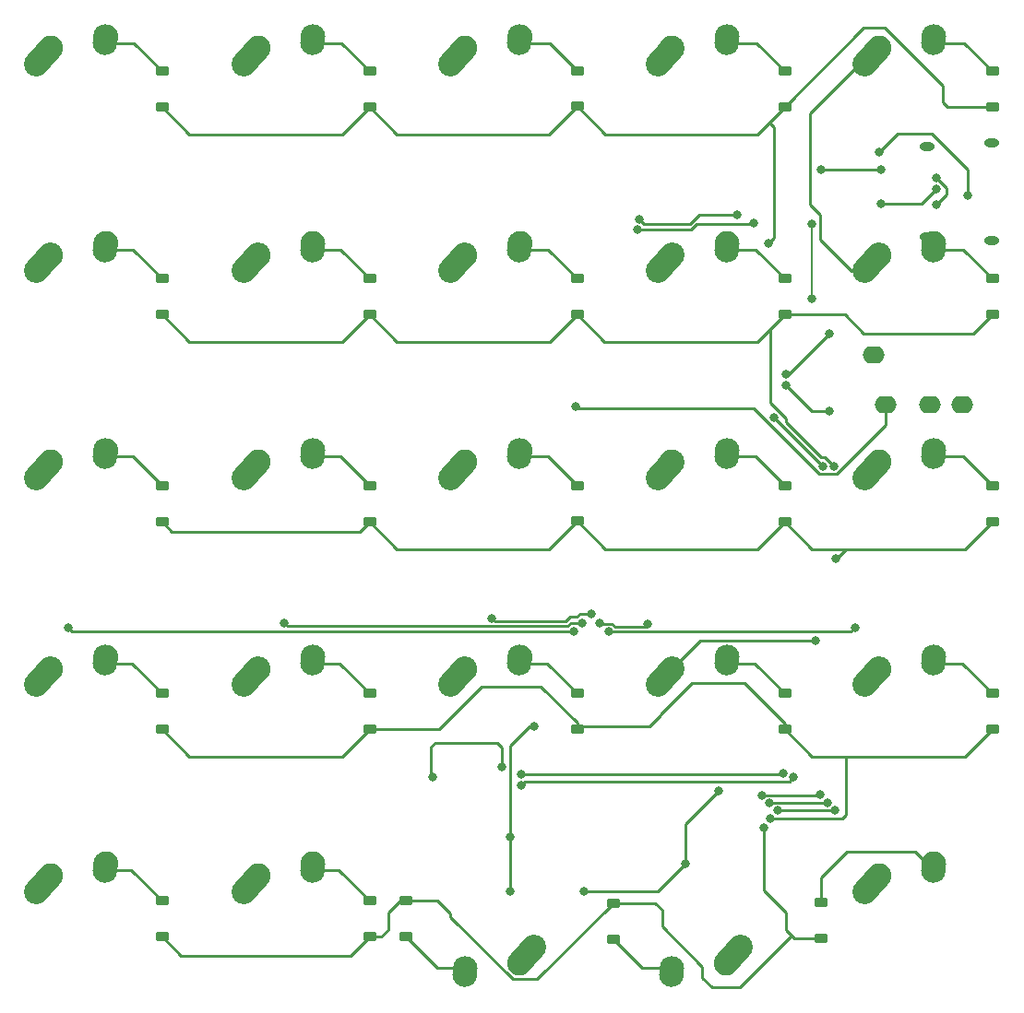
<source format=gtl>
%TF.GenerationSoftware,KiCad,Pcbnew,(7.0.0)*%
%TF.CreationDate,2023-03-14T21:06:17+08:00*%
%TF.ProjectId,kai_split_left,6b61695f-7370-46c6-9974-5f6c6566742e,rev?*%
%TF.SameCoordinates,Original*%
%TF.FileFunction,Copper,L1,Top*%
%TF.FilePolarity,Positive*%
%FSLAX46Y46*%
G04 Gerber Fmt 4.6, Leading zero omitted, Abs format (unit mm)*
G04 Created by KiCad (PCBNEW (7.0.0)) date 2023-03-14 21:06:17*
%MOMM*%
%LPD*%
G01*
G04 APERTURE LIST*
G04 Aperture macros list*
%AMRoundRect*
0 Rectangle with rounded corners*
0 $1 Rounding radius*
0 $2 $3 $4 $5 $6 $7 $8 $9 X,Y pos of 4 corners*
0 Add a 4 corners polygon primitive as box body*
4,1,4,$2,$3,$4,$5,$6,$7,$8,$9,$2,$3,0*
0 Add four circle primitives for the rounded corners*
1,1,$1+$1,$2,$3*
1,1,$1+$1,$4,$5*
1,1,$1+$1,$6,$7*
1,1,$1+$1,$8,$9*
0 Add four rect primitives between the rounded corners*
20,1,$1+$1,$2,$3,$4,$5,0*
20,1,$1+$1,$4,$5,$6,$7,0*
20,1,$1+$1,$6,$7,$8,$9,0*
20,1,$1+$1,$8,$9,$2,$3,0*%
%AMHorizOval*
0 Thick line with rounded ends*
0 $1 width*
0 $2 $3 position (X,Y) of the first rounded end (center of the circle)*
0 $4 $5 position (X,Y) of the second rounded end (center of the circle)*
0 Add line between two ends*
20,1,$1,$2,$3,$4,$5,0*
0 Add two circle primitives to create the rounded ends*
1,1,$1,$2,$3*
1,1,$1,$4,$5*%
G04 Aperture macros list end*
%TA.AperFunction,ComponentPad*%
%ADD10HorizOval,2.250000X0.655001X0.730000X-0.655001X-0.730000X0*%
%TD*%
%TA.AperFunction,ComponentPad*%
%ADD11C,2.250000*%
%TD*%
%TA.AperFunction,ComponentPad*%
%ADD12HorizOval,2.250000X0.020000X0.290000X-0.020000X-0.290000X0*%
%TD*%
%TA.AperFunction,SMDPad,CuDef*%
%ADD13RoundRect,0.225000X0.375000X-0.225000X0.375000X0.225000X-0.375000X0.225000X-0.375000X-0.225000X0*%
%TD*%
%TA.AperFunction,ComponentPad*%
%ADD14O,2.000000X1.600000*%
%TD*%
%TA.AperFunction,SMDPad,CuDef*%
%ADD15RoundRect,0.225000X-0.375000X0.225000X-0.375000X-0.225000X0.375000X-0.225000X0.375000X0.225000X0*%
%TD*%
%TA.AperFunction,ComponentPad*%
%ADD16HorizOval,2.250000X-0.655001X-0.730000X0.655001X0.730000X0*%
%TD*%
%TA.AperFunction,ComponentPad*%
%ADD17HorizOval,2.250000X-0.020000X-0.290000X0.020000X0.290000X0*%
%TD*%
%TA.AperFunction,ComponentPad*%
%ADD18HorizOval,2.250000X0.020004X0.290000X-0.020004X-0.290000X0*%
%TD*%
%TA.AperFunction,ComponentPad*%
%ADD19O,1.400000X0.800000*%
%TD*%
%TA.AperFunction,ViaPad*%
%ADD20C,0.800000*%
%TD*%
%TA.AperFunction,Conductor*%
%ADD21C,0.254000*%
%TD*%
%TA.AperFunction,Conductor*%
%ADD22C,0.200000*%
%TD*%
G04 APERTURE END LIST*
D10*
%TO.P,MX19,1,COL*%
%TO.N,COL3*%
X85713750Y-85511249D03*
D11*
X86368750Y-84781250D03*
D12*
%TO.P,MX19,2,ROW*%
%TO.N,Net-(D19-A)*%
X91388749Y-83991249D03*
D11*
X91408750Y-83701250D03*
%TD*%
D13*
%TO.P,D2,1,K*%
%TO.N,ROW0*%
X58606250Y-33181250D03*
%TO.P,D2,2,A*%
%TO.N,Net-(D2-A)*%
X58606250Y-29881250D03*
%TD*%
D10*
%TO.P,MX20,1,COL*%
%TO.N,COL4*%
X104713750Y-85511249D03*
D11*
X105368750Y-84781250D03*
D12*
%TO.P,MX20,2,ROW*%
%TO.N,Net-(D20-A)*%
X110388749Y-83991249D03*
D11*
X110408750Y-83701250D03*
%TD*%
D13*
%TO.P,D12,1,K*%
%TO.N,ROW2*%
X58606250Y-71281250D03*
%TO.P,D12,2,A*%
%TO.N,Net-(D12-A)*%
X58606250Y-67981250D03*
%TD*%
D10*
%TO.P,MX25,1,COL*%
%TO.N,COL4*%
X104713750Y-104511249D03*
D11*
X105368750Y-103781250D03*
D12*
%TO.P,MX25,2,ROW*%
%TO.N,Net-(D25-A)*%
X110388749Y-102991249D03*
D11*
X110408750Y-102701250D03*
%TD*%
D10*
%TO.P,MX5,1,COL*%
%TO.N,COL4*%
X104713750Y-28511249D03*
D11*
X105368750Y-27781250D03*
D12*
%TO.P,MX5,2,ROW*%
%TO.N,Net-(D5-A)*%
X110388749Y-26991249D03*
D11*
X110408750Y-26701250D03*
%TD*%
D13*
%TO.P,D21,1,K*%
%TO.N,ROW4*%
X39556250Y-109381250D03*
%TO.P,D21,2,A*%
%TO.N,Net-(D21-A)*%
X39556250Y-106081250D03*
%TD*%
D10*
%TO.P,MX13,1,COL*%
%TO.N,COL2*%
X66713750Y-66511249D03*
D11*
X67368750Y-65781250D03*
D12*
%TO.P,MX13,2,ROW*%
%TO.N,Net-(D13-A)*%
X72388749Y-64991249D03*
D11*
X72408750Y-64701250D03*
%TD*%
D13*
%TO.P,D25,1,K*%
%TO.N,ROW4*%
X100012500Y-109537500D03*
%TO.P,D25,2,A*%
%TO.N,Net-(D25-A)*%
X100012500Y-106237500D03*
%TD*%
%TO.P,D5,1,K*%
%TO.N,ROW0*%
X115756250Y-33181250D03*
%TO.P,D5,2,A*%
%TO.N,Net-(D5-A)*%
X115756250Y-29881250D03*
%TD*%
%TO.P,D9,1,K*%
%TO.N,ROW1*%
X96706250Y-52231250D03*
%TO.P,D9,2,A*%
%TO.N,Net-(D9-A)*%
X96706250Y-48931250D03*
%TD*%
D10*
%TO.P,MX15,1,COL*%
%TO.N,COL4*%
X104713750Y-66511249D03*
D11*
X105368750Y-65781250D03*
D12*
%TO.P,MX15,2,ROW*%
%TO.N,Net-(D15-A)*%
X110388749Y-64991249D03*
D11*
X110408750Y-64701250D03*
%TD*%
D14*
%TO.P,J2,1*%
%TO.N,GND*%
X104900749Y-55901249D03*
%TO.P,J2,2*%
%TO.N,+5V*%
X106000749Y-60501249D03*
%TO.P,J2,3*%
%TO.N,Net-(J2-PadR1)*%
X110000749Y-60501249D03*
%TO.P,J2,4*%
%TO.N,Net-(J2-PadR2)*%
X113000749Y-60501249D03*
%TD*%
D10*
%TO.P,MX6,1,COL*%
%TO.N,COL0*%
X28713750Y-47511249D03*
D11*
X29368750Y-46781250D03*
D12*
%TO.P,MX6,2,ROW*%
%TO.N,Net-(D6-A)*%
X34388749Y-45991249D03*
D11*
X34408750Y-45701250D03*
%TD*%
D13*
%TO.P,D7,1,K*%
%TO.N,ROW1*%
X58606250Y-52231250D03*
%TO.P,D7,2,A*%
%TO.N,Net-(D7-A)*%
X58606250Y-48931250D03*
%TD*%
D10*
%TO.P,MX17,1,COL*%
%TO.N,COL1*%
X47713750Y-85511249D03*
D11*
X48368750Y-84781250D03*
D12*
%TO.P,MX17,2,ROW*%
%TO.N,Net-(D17-A)*%
X53388749Y-83991249D03*
D11*
X53408750Y-83701250D03*
%TD*%
D15*
%TO.P,D23,1,K*%
%TO.N,ROW4*%
X61912500Y-106081250D03*
%TO.P,D23,2,A*%
%TO.N,Net-(D23-A)*%
X61912500Y-109381250D03*
%TD*%
D13*
%TO.P,D6,1,K*%
%TO.N,ROW1*%
X39556250Y-52231250D03*
%TO.P,D6,2,A*%
%TO.N,Net-(D6-A)*%
X39556250Y-48931250D03*
%TD*%
D10*
%TO.P,MX9,1,COL*%
%TO.N,COL3*%
X85713750Y-47511249D03*
D11*
X86368750Y-46781250D03*
D12*
%TO.P,MX9,2,ROW*%
%TO.N,Net-(D9-A)*%
X91388749Y-45991249D03*
D11*
X91408750Y-45701250D03*
%TD*%
D10*
%TO.P,MX2,1,COL*%
%TO.N,COL1*%
X47713750Y-28511249D03*
D11*
X48368750Y-27781250D03*
D12*
%TO.P,MX2,2,ROW*%
%TO.N,Net-(D2-A)*%
X53388749Y-26991249D03*
D11*
X53408750Y-26701250D03*
%TD*%
D13*
%TO.P,D13,1,K*%
%TO.N,ROW2*%
X77656250Y-71218750D03*
%TO.P,D13,2,A*%
%TO.N,Net-(D13-A)*%
X77656250Y-67918750D03*
%TD*%
%TO.P,D3,1,K*%
%TO.N,ROW0*%
X77656250Y-33118750D03*
%TO.P,D3,2,A*%
%TO.N,Net-(D3-A)*%
X77656250Y-29818750D03*
%TD*%
%TO.P,D4,1,K*%
%TO.N,ROW0*%
X96706250Y-33181250D03*
%TO.P,D4,2,A*%
%TO.N,Net-(D4-A)*%
X96706250Y-29881250D03*
%TD*%
D16*
%TO.P,MX24,1,COL*%
%TO.N,COL3*%
X92023748Y-111051249D03*
D11*
X91368750Y-111781250D03*
D17*
%TO.P,MX24,2,ROW*%
%TO.N,Net-(D24-A)*%
X86348749Y-112571249D03*
D11*
X86328750Y-112861250D03*
%TD*%
D10*
%TO.P,MX12,1,COL*%
%TO.N,COL1*%
X47713750Y-66511249D03*
D11*
X48368750Y-65781250D03*
D12*
%TO.P,MX12,2,ROW*%
%TO.N,Net-(D12-A)*%
X53388749Y-64991249D03*
D11*
X53408750Y-64701250D03*
%TD*%
D13*
%TO.P,D17,1,K*%
%TO.N,ROW3*%
X58606250Y-90331250D03*
%TO.P,D17,2,A*%
%TO.N,Net-(D17-A)*%
X58606250Y-87031250D03*
%TD*%
D10*
%TO.P,MX3,1,COL*%
%TO.N,COL2*%
X66713750Y-28511249D03*
D11*
X67368750Y-27781250D03*
D12*
%TO.P,MX3,2,ROW*%
%TO.N,Net-(D3-A)*%
X72388749Y-26991249D03*
D11*
X72408750Y-26701250D03*
%TD*%
D10*
%TO.P,MX7,1,COL*%
%TO.N,COL1*%
X47713750Y-47511249D03*
D11*
X48368750Y-46781250D03*
D12*
%TO.P,MX7,2,ROW*%
%TO.N,Net-(D7-A)*%
X53388749Y-45991249D03*
D11*
X53408750Y-45701250D03*
%TD*%
D10*
%TO.P,MX11,1,COL*%
%TO.N,COL0*%
X28713750Y-66511249D03*
D11*
X29368750Y-65781250D03*
D12*
%TO.P,MX11,2,ROW*%
%TO.N,Net-(D11-A)*%
X34388749Y-64991249D03*
D11*
X34408750Y-64701250D03*
%TD*%
D13*
%TO.P,D15,1,K*%
%TO.N,ROW2*%
X115756250Y-71281250D03*
%TO.P,D15,2,A*%
%TO.N,Net-(D15-A)*%
X115756250Y-67981250D03*
%TD*%
%TO.P,D19,1,K*%
%TO.N,ROW3*%
X96706250Y-90331250D03*
%TO.P,D19,2,A*%
%TO.N,Net-(D19-A)*%
X96706250Y-87031250D03*
%TD*%
D16*
%TO.P,MX23,1,COL*%
%TO.N,COL2*%
X73023748Y-111051249D03*
D11*
X72368750Y-111781250D03*
D17*
%TO.P,MX23,2,ROW*%
%TO.N,Net-(D23-A)*%
X67348749Y-112571249D03*
D11*
X67328750Y-112861250D03*
%TD*%
D10*
%TO.P,MX21,1,COL*%
%TO.N,COL0*%
X28713750Y-104511249D03*
D11*
X29368750Y-103781250D03*
D12*
%TO.P,MX21,2,ROW*%
%TO.N,Net-(D21-A)*%
X34388749Y-102991249D03*
D11*
X34408750Y-102701250D03*
%TD*%
D13*
%TO.P,D1,1,K*%
%TO.N,ROW0*%
X39556250Y-33181250D03*
%TO.P,D1,2,A*%
%TO.N,Net-(D1-A)*%
X39556250Y-29881250D03*
%TD*%
%TO.P,D11,1,K*%
%TO.N,ROW2*%
X39556250Y-71281250D03*
%TO.P,D11,2,A*%
%TO.N,Net-(D11-A)*%
X39556250Y-67981250D03*
%TD*%
%TO.P,D14,1,K*%
%TO.N,ROW2*%
X96706250Y-71281250D03*
%TO.P,D14,2,A*%
%TO.N,Net-(D14-A)*%
X96706250Y-67981250D03*
%TD*%
D10*
%TO.P,MX1,1,COL*%
%TO.N,COL0*%
X28713750Y-28511249D03*
D11*
X29368750Y-27781250D03*
D12*
%TO.P,MX1,2,ROW*%
%TO.N,Net-(D1-A)*%
X34388749Y-26991249D03*
D11*
X34408750Y-26701250D03*
%TD*%
D10*
%TO.P,MX14,1,COL*%
%TO.N,COL3*%
X85713750Y-66511249D03*
D11*
X86368750Y-65781250D03*
D12*
%TO.P,MX14,2,ROW*%
%TO.N,Net-(D14-A)*%
X91388749Y-64991249D03*
D11*
X91408750Y-64701250D03*
%TD*%
D13*
%TO.P,D16,1,K*%
%TO.N,ROW3*%
X39556250Y-90331250D03*
%TO.P,D16,2,A*%
%TO.N,Net-(D16-A)*%
X39556250Y-87031250D03*
%TD*%
%TO.P,D22,1,K*%
%TO.N,ROW4*%
X58606250Y-109381250D03*
%TO.P,D22,2,A*%
%TO.N,Net-(D22-A)*%
X58606250Y-106081250D03*
%TD*%
D10*
%TO.P,MX10,1,COL*%
%TO.N,COL4*%
X104713750Y-47511249D03*
D11*
X105368750Y-46781250D03*
D18*
%TO.P,MX10,2,ROW*%
%TO.N,Net-(D10-A)*%
X110388753Y-45991249D03*
D11*
X110408750Y-45701250D03*
%TD*%
D10*
%TO.P,MX4,1,COL*%
%TO.N,COL3*%
X85713750Y-28511249D03*
D11*
X86368750Y-27781250D03*
D12*
%TO.P,MX4,2,ROW*%
%TO.N,Net-(D4-A)*%
X91388749Y-26991249D03*
D11*
X91408750Y-26701250D03*
%TD*%
D13*
%TO.P,D10,1,K*%
%TO.N,ROW1*%
X115756250Y-52231250D03*
%TO.P,D10,2,A*%
%TO.N,Net-(D10-A)*%
X115756250Y-48931250D03*
%TD*%
D10*
%TO.P,MX8,1,COL*%
%TO.N,COL2*%
X66713750Y-47511249D03*
D11*
X67368750Y-46781250D03*
D12*
%TO.P,MX8,2,ROW*%
%TO.N,Net-(D8-A)*%
X72388749Y-45991249D03*
D11*
X72408750Y-45701250D03*
%TD*%
D10*
%TO.P,MX18,1,COL*%
%TO.N,COL2*%
X66713750Y-85511249D03*
D11*
X67368750Y-84781250D03*
D12*
%TO.P,MX18,2,ROW*%
%TO.N,Net-(D18-A)*%
X72388749Y-83991249D03*
D11*
X72408750Y-83701250D03*
%TD*%
D10*
%TO.P,MX16,1,COL*%
%TO.N,COL0*%
X28713750Y-85511249D03*
D11*
X29368750Y-84781250D03*
D12*
%TO.P,MX16,2,ROW*%
%TO.N,Net-(D16-A)*%
X34388749Y-83991249D03*
D11*
X34408750Y-83701250D03*
%TD*%
D15*
%TO.P,D24,1,K*%
%TO.N,ROW4*%
X80962500Y-106300000D03*
%TO.P,D24,2,A*%
%TO.N,Net-(D24-A)*%
X80962500Y-109600000D03*
%TD*%
D13*
%TO.P,D8,1,K*%
%TO.N,ROW1*%
X77656250Y-52231250D03*
%TO.P,D8,2,A*%
%TO.N,Net-(D8-A)*%
X77656250Y-48931250D03*
%TD*%
D10*
%TO.P,MX22,1,COL*%
%TO.N,COL1*%
X47713750Y-104511249D03*
D11*
X48368750Y-103781250D03*
D12*
%TO.P,MX22,2,ROW*%
%TO.N,Net-(D22-A)*%
X53388749Y-102991249D03*
D11*
X53408750Y-102701250D03*
%TD*%
D13*
%TO.P,D20,1,K*%
%TO.N,ROW3*%
X115756250Y-90331250D03*
%TO.P,D20,2,A*%
%TO.N,Net-(D20-A)*%
X115756250Y-87031250D03*
%TD*%
%TO.P,D18,1,K*%
%TO.N,ROW3*%
X77656250Y-90331250D03*
%TO.P,D18,2,A*%
%TO.N,Net-(D18-A)*%
X77656250Y-87031250D03*
%TD*%
D19*
%TO.P,J1,S1,SHIELD*%
%TO.N,N/C*%
X115738749Y-45419249D03*
%TO.N,Net-(D10-A)*%
X109788749Y-45059249D03*
%TO.N,N/C*%
X109788749Y-36799249D03*
X115738749Y-36439249D03*
%TD*%
D20*
%TO.N,+5V*%
X78252000Y-105229000D03*
X90678000Y-96012000D03*
X87625000Y-102706250D03*
X77488500Y-60706000D03*
%TO.N,GND*%
X92329000Y-43053000D03*
%TO.N,ROW0*%
X95250000Y-45720000D03*
%TO.N,TX*%
X96587789Y-94396500D03*
%TO.N,RX*%
X97536000Y-94742000D03*
X72517000Y-95487503D03*
%TO.N,TX*%
X72517000Y-94488000D03*
%TO.N,+5V*%
X71501000Y-105229000D03*
%TO.N,Net-(U2-XTAL1)*%
X64389000Y-94681000D03*
X70777750Y-93762177D03*
%TO.N,+5V*%
X73751500Y-90078500D03*
%TO.N,GND*%
X83349317Y-43464096D03*
%TO.N,+5V*%
X93853000Y-43815000D03*
%TO.N,VCC*%
X110617000Y-42155750D03*
X110617006Y-39703011D03*
%TO.N,Net-(J1-D--PadA7)*%
X105537000Y-42037000D03*
X110617000Y-40702513D03*
%TO.N,+5V*%
X71501000Y-100225250D03*
X83185000Y-44450000D03*
%TO.N,ROW0*%
X95758000Y-61722000D03*
X100203000Y-66167000D03*
X99978500Y-96313555D03*
X94608354Y-96386245D03*
%TO.N,ROW1*%
X100639245Y-97063500D03*
X101215540Y-66152113D03*
X95309312Y-97098750D03*
%TO.N,ROW2*%
X101346000Y-97790000D03*
X101432000Y-74676000D03*
X96043750Y-97790000D03*
%TO.N,ROW3*%
X95396424Y-98551750D03*
%TO.N,ROW4*%
X94777874Y-99336862D03*
%TO.N,VCC*%
X100012500Y-38893750D03*
X105568750Y-38893750D03*
%TO.N,COL0*%
X77351750Y-81320500D03*
X30956250Y-80962500D03*
%TO.N,COL1*%
X78151750Y-80533000D03*
X50800000Y-80594000D03*
%TO.N,COL2*%
X69850000Y-80140000D03*
X78951750Y-79745500D03*
%TO.N,COL3*%
X84137500Y-80646750D03*
X79751750Y-80585750D03*
X99524500Y-82211311D03*
%TO.N,COL4*%
X80551750Y-81373250D03*
X103187500Y-80962500D03*
%TO.N,D+*%
X99218750Y-50800000D03*
X99218750Y-43942000D03*
%TO.N,Net-(J1-CC2)*%
X105370000Y-37306250D03*
X113506250Y-41275000D03*
%TO.N,RX*%
X100806250Y-53975000D03*
X96837500Y-57737997D03*
%TO.N,TX*%
X96837500Y-58737500D03*
X100806250Y-61118750D03*
%TD*%
D21*
%TO.N,ROW2*%
X57735350Y-72152150D02*
X58606250Y-71281250D01*
X40427150Y-72152150D02*
X57735350Y-72152150D01*
X39556250Y-71281250D02*
X40427150Y-72152150D01*
%TO.N,+5V*%
X78252000Y-105229000D02*
X85102250Y-105229000D01*
X85102250Y-105229000D02*
X87625000Y-102706250D01*
X90678000Y-96012000D02*
X87625000Y-99065000D01*
X87625000Y-99065000D02*
X87625000Y-102706250D01*
%TO.N,Net-(J1-CC2)*%
X110245500Y-35633000D02*
X113506250Y-38893750D01*
X113506250Y-38893750D02*
X113506250Y-41275000D01*
X107043250Y-35633000D02*
X110245500Y-35633000D01*
X105370000Y-37306250D02*
X107043250Y-35633000D01*
%TO.N,COL4*%
X103558155Y-29241250D02*
X104058750Y-29241250D01*
X99060000Y-33739405D02*
X103558155Y-29241250D01*
%TO.N,+5V*%
X77615500Y-60833000D02*
X77488500Y-60706000D01*
X85598000Y-60833000D02*
X77615500Y-60833000D01*
X106000750Y-62395037D02*
X106000750Y-60501250D01*
X101501787Y-66894000D02*
X106000750Y-62395037D01*
X99901866Y-66894000D02*
X101501787Y-66894000D01*
X93840866Y-60833000D02*
X99901866Y-66894000D01*
X85598000Y-60833000D02*
X93840866Y-60833000D01*
%TO.N,Net-(J1-D--PadA7)*%
X109282513Y-42037000D02*
X105537000Y-42037000D01*
X110617000Y-40702513D02*
X109282513Y-42037000D01*
%TO.N,+5V*%
X93726000Y-43942000D02*
X93853000Y-43815000D01*
X88646000Y-43942000D02*
X93726000Y-43942000D01*
%TO.N,GND*%
X88892948Y-43053000D02*
X92329000Y-43053000D01*
X83827221Y-43942000D02*
X88003948Y-43942000D01*
X88003948Y-43942000D02*
X88892948Y-43053000D01*
X83349317Y-43464096D02*
X83827221Y-43942000D01*
%TO.N,ROW0*%
X95758000Y-45212000D02*
X95250000Y-45720000D01*
X95758000Y-35052000D02*
X95758000Y-45212000D01*
X95296750Y-34590750D02*
X95758000Y-35052000D01*
%TO.N,+5V*%
X71501000Y-105229000D02*
X71501000Y-100225250D01*
X71504250Y-100222000D02*
X71501000Y-100225250D01*
X71504250Y-91817750D02*
X71504250Y-100222000D01*
X73279000Y-90043000D02*
X71504250Y-91817750D01*
X73716000Y-90043000D02*
X73279000Y-90043000D01*
X73751500Y-90078500D02*
X73716000Y-90043000D01*
%TO.N,ROW4*%
X66040750Y-107262655D02*
X64859345Y-106081250D01*
X66040750Y-107549677D02*
X66040750Y-107262655D01*
X64859345Y-106081250D02*
X61912500Y-106081250D01*
X71754719Y-113263646D02*
X66040750Y-107549677D01*
X73998854Y-113263646D02*
X71754719Y-113263646D01*
X80962500Y-106300000D02*
X73998854Y-113263646D01*
%TO.N,TX*%
X96496289Y-94488000D02*
X96587789Y-94396500D01*
X92837000Y-94488000D02*
X96496289Y-94488000D01*
%TO.N,RX*%
X97155000Y-95123000D02*
X97536000Y-94742000D01*
X91948000Y-95123000D02*
X97155000Y-95123000D01*
X72517000Y-95487503D02*
X72881503Y-95123000D01*
X72881503Y-95123000D02*
X91948000Y-95123000D01*
%TO.N,TX*%
X72517000Y-94488000D02*
X92837000Y-94488000D01*
%TO.N,ROW3*%
X65009345Y-90331250D02*
X58606250Y-90331250D01*
X66040750Y-89299845D02*
X65009345Y-90331250D01*
X66040750Y-89256291D02*
X66040750Y-89299845D01*
X74348445Y-86410350D02*
X68886691Y-86410350D01*
X77656250Y-89718155D02*
X74348445Y-86410350D01*
X77656250Y-90331250D02*
X77656250Y-89718155D01*
X68886691Y-86410350D02*
X66040750Y-89256291D01*
X96706250Y-89768155D02*
X96706250Y-90331250D01*
X93044095Y-86106000D02*
X96706250Y-89768155D01*
X88191041Y-86106000D02*
X93044095Y-86106000D01*
X85344000Y-88953041D02*
X88191041Y-86106000D01*
X85344000Y-89027000D02*
X85344000Y-88953041D01*
X85313595Y-89027000D02*
X85344000Y-89027000D01*
X84307345Y-90033250D02*
X85313595Y-89027000D01*
X77954250Y-90033250D02*
X84307345Y-90033250D01*
X77656250Y-90331250D02*
X77954250Y-90033250D01*
%TO.N,ROW4*%
X92583000Y-114046000D02*
X97361375Y-109267625D01*
X90043000Y-114046000D02*
X92583000Y-114046000D01*
X89154000Y-113157000D02*
X90043000Y-114046000D01*
X89154000Y-112141000D02*
X89154000Y-113157000D01*
X85471000Y-108458000D02*
X89154000Y-112141000D01*
X85471000Y-106934000D02*
X85471000Y-108458000D01*
X84837000Y-106300000D02*
X85471000Y-106934000D01*
X80962500Y-106300000D02*
X84837000Y-106300000D01*
X97361375Y-109267625D02*
X97631250Y-109537500D01*
X96837500Y-108743750D02*
X97361375Y-109267625D01*
%TO.N,Net-(U2-XTAL1)*%
X64262000Y-94554000D02*
X64389000Y-94681000D01*
X64262000Y-91948000D02*
X64262000Y-94554000D01*
X64643000Y-91567000D02*
X64262000Y-91948000D01*
X70777750Y-91986750D02*
X70358000Y-91567000D01*
X70777750Y-93762177D02*
X70777750Y-91986750D01*
X70358000Y-91567000D02*
X64643000Y-91567000D01*
%TO.N,ROW0*%
X111252000Y-31242000D02*
X111252000Y-32766000D01*
X105918000Y-25908000D02*
X111252000Y-31242000D01*
X111252000Y-32766000D02*
X111667250Y-33181250D01*
X103979500Y-25908000D02*
X105918000Y-25908000D01*
X96706250Y-33181250D02*
X103979500Y-25908000D01*
X111667250Y-33181250D02*
X115756250Y-33181250D01*
%TO.N,COL4*%
X99060000Y-42164000D02*
X99060000Y-33739405D01*
X99949000Y-43053000D02*
X99060000Y-42164000D01*
X102851250Y-48241250D02*
X99949000Y-45339000D01*
X99949000Y-45339000D02*
X99949000Y-43053000D01*
X104058750Y-48241250D02*
X102851250Y-48241250D01*
D22*
%TO.N,D+*%
X99218750Y-50800000D02*
X99218750Y-43942000D01*
D21*
%TO.N,VCC*%
X111560000Y-41212750D02*
X110617000Y-42155750D01*
X111560000Y-40617379D02*
X111560000Y-41021000D01*
X110645632Y-39703011D02*
X111560000Y-40617379D01*
X111560000Y-41021000D02*
X111560000Y-41212750D01*
X110617006Y-39703011D02*
X110645632Y-39703011D01*
%TO.N,+5V*%
X88138000Y-44450000D02*
X88646000Y-43942000D01*
X83185000Y-44450000D02*
X88138000Y-44450000D01*
%TO.N,Net-(D1-A)*%
X39556250Y-29881250D02*
X36956250Y-27281250D01*
X36956250Y-27281250D02*
X34368750Y-27281250D01*
%TO.N,ROW0*%
X42093750Y-35718750D02*
X56068750Y-35718750D01*
X77656250Y-33118750D02*
X80256250Y-35718750D01*
X58606250Y-33181250D02*
X61143750Y-35718750D01*
X39556250Y-33181250D02*
X42093750Y-35718750D01*
X99920305Y-96371750D02*
X99978500Y-96313555D01*
X94608354Y-96386245D02*
X94622849Y-96371750D01*
X61143750Y-35718750D02*
X75056250Y-35718750D01*
X94622849Y-96371750D02*
X99920305Y-96371750D01*
X80256250Y-35718750D02*
X94168750Y-35718750D01*
X94168750Y-35718750D02*
X95296750Y-34590750D01*
X100203000Y-66167000D02*
X95758000Y-61722000D01*
X75056250Y-35718750D02*
X77656250Y-33118750D01*
X95296750Y-34590750D02*
X96706250Y-33181250D01*
X56068750Y-35718750D02*
X58606250Y-33181250D01*
%TO.N,Net-(D2-A)*%
X58606250Y-29881250D02*
X56006250Y-27281250D01*
X56006250Y-27281250D02*
X53368750Y-27281250D01*
%TO.N,Net-(D3-A)*%
X77656250Y-29818750D02*
X75118750Y-27281250D01*
X75118750Y-27281250D02*
X72368750Y-27281250D01*
%TO.N,ROW1*%
X94168750Y-54768750D02*
X95360250Y-53577250D01*
X101215540Y-66151406D02*
X100402108Y-65337974D01*
X61143750Y-54768750D02*
X75118750Y-54768750D01*
X42093750Y-54768750D02*
X56068750Y-54768750D01*
X96817500Y-61753366D02*
X95377000Y-60312866D01*
X95360250Y-53577250D02*
X96706250Y-52231250D01*
X95377000Y-53594000D02*
X95360250Y-53577250D01*
X95377000Y-60312866D02*
X95377000Y-53594000D01*
X77656250Y-52231250D02*
X80193750Y-54768750D01*
X96817500Y-62139448D02*
X96817500Y-61753366D01*
X115756250Y-52231250D02*
X114012500Y-53975000D01*
X100638745Y-97063000D02*
X100639245Y-97063500D01*
X95309312Y-97098750D02*
X95345062Y-97063000D01*
X100016026Y-65337974D02*
X96817500Y-62139448D01*
X58606250Y-52231250D02*
X61143750Y-54768750D01*
X80193750Y-54768750D02*
X94168750Y-54768750D01*
X101215540Y-66152113D02*
X101215540Y-66151406D01*
X75118750Y-54768750D02*
X77656250Y-52231250D01*
X95345062Y-97063000D02*
X100638745Y-97063000D01*
X56068750Y-54768750D02*
X58606250Y-52231250D01*
X102237500Y-52231250D02*
X96706250Y-52231250D01*
X100402108Y-65337974D02*
X100016026Y-65337974D01*
X103981250Y-53975000D02*
X102237500Y-52231250D01*
X39556250Y-52231250D02*
X42093750Y-54768750D01*
X114012500Y-53975000D02*
X103981250Y-53975000D01*
%TO.N,Net-(D4-A)*%
X96706250Y-29881250D02*
X94106250Y-27281250D01*
X94106250Y-27281250D02*
X91368750Y-27281250D01*
%TO.N,Net-(D5-A)*%
X115756250Y-29881250D02*
X113156250Y-27281250D01*
X113156250Y-27281250D02*
X110368750Y-27281250D01*
%TO.N,Net-(D6-A)*%
X36906250Y-46281250D02*
X34368750Y-46281250D01*
X39556250Y-48931250D02*
X36906250Y-46281250D01*
%TO.N,Net-(D7-A)*%
X55956250Y-46281250D02*
X53368750Y-46281250D01*
X58606250Y-48931250D02*
X55956250Y-46281250D01*
%TO.N,Net-(D8-A)*%
X77656250Y-48931250D02*
X75006250Y-46281250D01*
X75006250Y-46281250D02*
X72368750Y-46281250D01*
%TO.N,Net-(D9-A)*%
X94056250Y-46281250D02*
X91368750Y-46281250D01*
X96706250Y-48931250D02*
X94056250Y-46281250D01*
%TO.N,Net-(D10-A)*%
X113106250Y-46281250D02*
X110368750Y-46281250D01*
X115756250Y-48931250D02*
X113106250Y-46281250D01*
%TO.N,Net-(D11-A)*%
X39556250Y-67981250D02*
X36856250Y-65281250D01*
X36856250Y-65281250D02*
X34368750Y-65281250D01*
%TO.N,ROW2*%
X77656250Y-71218750D02*
X80256250Y-73818750D01*
X94168750Y-73818750D02*
X96706250Y-71281250D01*
X101504750Y-74676000D02*
X102362000Y-73818750D01*
X61143750Y-73818750D02*
X75056250Y-73818750D01*
X75056250Y-73818750D02*
X77656250Y-71218750D01*
X102362000Y-73818750D02*
X113218750Y-73818750D01*
X101432000Y-74676000D02*
X101504750Y-74676000D01*
X58606250Y-71281250D02*
X61143750Y-73818750D01*
X96043750Y-97790000D02*
X101346000Y-97790000D01*
X99243750Y-73818750D02*
X102362000Y-73818750D01*
X96706250Y-71281250D02*
X99243750Y-73818750D01*
X113218750Y-73818750D02*
X115756250Y-71281250D01*
X80256250Y-73818750D02*
X94168750Y-73818750D01*
%TO.N,Net-(D12-A)*%
X55906250Y-65281250D02*
X53368750Y-65281250D01*
X58606250Y-67981250D02*
X55906250Y-65281250D01*
%TO.N,Net-(D13-A)*%
X77656250Y-67918750D02*
X75018750Y-65281250D01*
X75018750Y-65281250D02*
X72368750Y-65281250D01*
%TO.N,Net-(D14-A)*%
X94006250Y-65281250D02*
X91368750Y-65281250D01*
X96706250Y-67981250D02*
X94006250Y-65281250D01*
%TO.N,Net-(D15-A)*%
X113056250Y-65281250D02*
X110368750Y-65281250D01*
X115756250Y-67981250D02*
X113056250Y-65281250D01*
%TO.N,Net-(D16-A)*%
X39556250Y-87031250D02*
X36806250Y-84281250D01*
X36806250Y-84281250D02*
X34368750Y-84281250D01*
%TO.N,ROW3*%
X99243750Y-92868750D02*
X102362000Y-92868750D01*
X113218750Y-92868750D02*
X115756250Y-90331250D01*
X96706250Y-90331250D02*
X99243750Y-92868750D01*
X56068750Y-92868750D02*
X58606250Y-90331250D01*
X39556250Y-90331250D02*
X42093750Y-92868750D01*
X101991955Y-98551750D02*
X102362000Y-98181705D01*
X102362000Y-92868750D02*
X113218750Y-92868750D01*
X102362000Y-98181705D02*
X102362000Y-92868750D01*
X95396424Y-98551750D02*
X101991955Y-98551750D01*
X42093750Y-92868750D02*
X56068750Y-92868750D01*
%TO.N,Net-(D17-A)*%
X58606250Y-87031250D02*
X55856250Y-84281250D01*
X55856250Y-84281250D02*
X53368750Y-84281250D01*
%TO.N,Net-(D18-A)*%
X74906250Y-84281250D02*
X72368750Y-84281250D01*
X77656250Y-87031250D02*
X74906250Y-84281250D01*
%TO.N,Net-(D19-A)*%
X93956250Y-84281250D02*
X91368750Y-84281250D01*
X96706250Y-87031250D02*
X93956250Y-84281250D01*
%TO.N,Net-(D20-A)*%
X115756250Y-87031250D02*
X113006250Y-84281250D01*
X113006250Y-84281250D02*
X110368750Y-84281250D01*
%TO.N,Net-(D21-A)*%
X36756250Y-103281250D02*
X34368750Y-103281250D01*
X39556250Y-106081250D02*
X36756250Y-103281250D01*
%TO.N,ROW4*%
X97631250Y-109537500D02*
X100012500Y-109537500D01*
X94789625Y-105108375D02*
X96837500Y-107156250D01*
X39556250Y-109381250D02*
X41300000Y-111125000D01*
X56862500Y-111125000D02*
X58606250Y-109381250D01*
X94777874Y-99336862D02*
X94789625Y-99348613D01*
X58606250Y-109381250D02*
X59687500Y-109381250D01*
X59687500Y-109381250D02*
X60325000Y-108743750D01*
X41300000Y-111125000D02*
X56862500Y-111125000D01*
X96837500Y-107156250D02*
X96837500Y-108743750D01*
X60325000Y-108743750D02*
X60325000Y-107156250D01*
X60325000Y-107156250D02*
X61400000Y-106081250D01*
X94789625Y-99348613D02*
X94789625Y-105108375D01*
X61400000Y-106081250D02*
X61912500Y-106081250D01*
%TO.N,Net-(D22-A)*%
X58606250Y-106081250D02*
X55806250Y-103281250D01*
X55806250Y-103281250D02*
X53368750Y-103281250D01*
%TO.N,Net-(D23-A)*%
X64812500Y-112281250D02*
X67368750Y-112281250D01*
X61912500Y-109381250D02*
X64812500Y-112281250D01*
%TO.N,Net-(D24-A)*%
X83643750Y-112281250D02*
X86368750Y-112281250D01*
X80962500Y-109600000D02*
X83643750Y-112281250D01*
%TO.N,Net-(D25-A)*%
X100012500Y-106237500D02*
X100012500Y-103981250D01*
X102393750Y-101600000D02*
X108687500Y-101600000D01*
X108687500Y-101600000D02*
X110368750Y-103281250D01*
X100012500Y-103981250D02*
X102393750Y-101600000D01*
%TO.N,VCC*%
X105568750Y-38893750D02*
X100012500Y-38893750D01*
%TO.N,COL0*%
X30956250Y-80962500D02*
X31314250Y-81320500D01*
X31314250Y-81320500D02*
X77351750Y-81320500D01*
%TO.N,COL1*%
X51072500Y-80866500D02*
X76777616Y-80866500D01*
X50800000Y-80594000D02*
X51072500Y-80866500D01*
X76777616Y-80866500D02*
X77111116Y-80533000D01*
X77111116Y-80533000D02*
X78151750Y-80533000D01*
%TO.N,COL2*%
X77637683Y-80018933D02*
X77911116Y-79745500D01*
X77911116Y-79745500D02*
X78951750Y-79745500D01*
X70122500Y-80412500D02*
X76589563Y-80412500D01*
X76589563Y-80412500D02*
X76983130Y-80018933D01*
X69850000Y-80140000D02*
X70122500Y-80412500D01*
X76983130Y-80018933D02*
X77637683Y-80018933D01*
%TO.N,COL3*%
X81125884Y-80919250D02*
X80852884Y-80646250D01*
X79812250Y-80646250D02*
X79751750Y-80585750D01*
X83865000Y-80919250D02*
X81125884Y-80919250D01*
X80852884Y-80646250D02*
X79812250Y-80646250D01*
X99524500Y-82211311D02*
X88938689Y-82211311D01*
X88938689Y-82211311D02*
X86368750Y-84781250D01*
X84137500Y-80646750D02*
X83865000Y-80919250D01*
%TO.N,COL4*%
X80551750Y-81373250D02*
X102776750Y-81373250D01*
X102776750Y-81373250D02*
X103187500Y-80962500D01*
%TO.N,RX*%
X97043253Y-57737997D02*
X100806250Y-53975000D01*
X96837500Y-57737997D02*
X97043253Y-57737997D01*
%TO.N,TX*%
X96837500Y-58737500D02*
X99218750Y-61118750D01*
X99218750Y-61118750D02*
X100806250Y-61118750D01*
%TD*%
M02*

</source>
